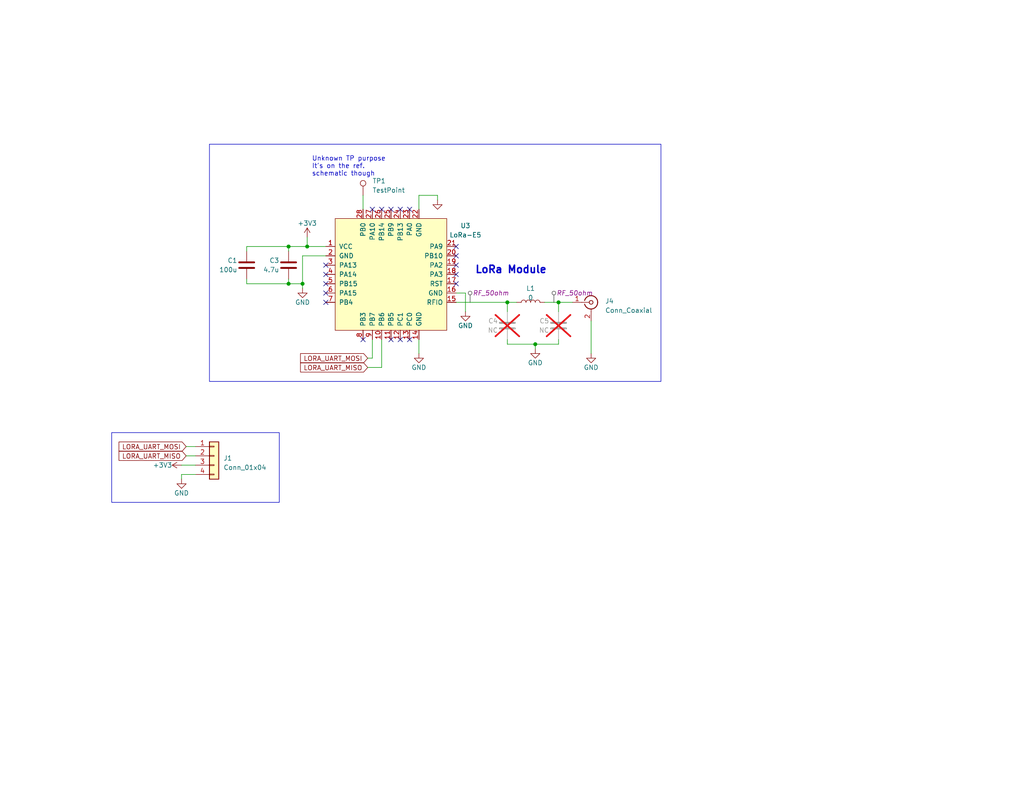
<source format=kicad_sch>
(kicad_sch (version 20230121) (generator eeschema)
  (paper "USLetter")
  (lib_symbols
    (symbol "Connector:Conn_Coaxial" (pin_names (offset 1.016) hide)
      (property "Reference" "J" (at 0.254 3.048 0))
      (property "Value" "Conn_Coaxial" (at 2.921 0 90))
      (symbol "Conn_Coaxial_0_1"
        (arc (start -1.778 -0.508) (mid 0.2311 -1.8066) (end 1.778 0) (stroke (width 0.254)))
        (polyline (pts (xy -2.54 0) (xy -0.508 0)))
        (polyline (pts (xy 0 -2.54) (xy 0 -1.778)))
        (circle (center 0 0) (radius 0.508) (stroke (width 0.2032)))
        (arc (start 1.778 0) (mid 0.2099 1.8101) (end -1.778 0.508) (stroke (width 0.254)))
      )
      (symbol "Conn_Coaxial_1_1"
        (pin passive line (at -5.08 0 0) (length 2.54) (name "In") (number "1"))
        (pin passive line (at 0 -5.08 90) (length 2.54) (name "Ext") (number "2"))
      )
    )
    (symbol "Connector:TestPoint" (pin_numbers hide) (pin_names (offset 0.762) hide)
      (property "Reference" "TP" (at 0 6.858 0))
      (property "Value" "TestPoint" (at 0 5.08 0))
      (symbol "TestPoint_0_1"
        (circle (center 0 3.302) (radius 0.762))
      )
      (symbol "TestPoint_1_1"
        (pin passive line (at 0 0 90) (length 2.54) (name "1") (number "1"))
      )
    )
    (symbol "Connector_Generic:Conn_01x04" (pin_names (offset 1.016) hide)
      (property "Reference" "J" (at 0 5.08 0))
      (property "Value" "Conn_01x04" (at 0 -7.62 0))
      (symbol "Conn_01x04_1_1"
        (rectangle (start -1.27 -4.953) (end 0 -5.207) (stroke (width 0.1524)))
        (rectangle (start -1.27 -2.413) (end 0 -2.667) (stroke (width 0.1524)))
        (rectangle (start -1.27 0.127) (end 0 -0.127) (stroke (width 0.1524)))
        (rectangle (start -1.27 2.667) (end 0 2.413) (stroke (width 0.1524)))
        (rectangle (start -1.27 3.81) (end 1.27 -6.35) (stroke (width 0.254)) (fill (type background)))
        (pin passive line (at -5.08 2.54 0) (length 3.81) (name "Pin_1") (number "1"))
        (pin passive line (at -5.08 0 0) (length 3.81) (name "Pin_2") (number "2"))
        (pin passive line (at -5.08 -2.54 0) (length 3.81) (name "Pin_3") (number "3"))
        (pin passive line (at -5.08 -5.08 0) (length 3.81) (name "Pin_4") (number "4"))
      )
    )
    (symbol "Device:C" (pin_numbers hide) (pin_names (offset 0.254))
      (property "Reference" "C" (at 0.635 2.54 0))
      (property "Value" "C" (at 0.635 -2.54 0))
      (symbol "C_0_1"
        (polyline (pts (xy -2.032 -0.762) (xy 2.032 -0.762)) (stroke (width 0.508)))
        (polyline (pts (xy -2.032 0.762) (xy 2.032 0.762)) (stroke (width 0.508)))
      )
      (symbol "C_1_1"
        (pin passive line (at 0 3.81 270) (length 2.794) (name "~") (number "1"))
        (pin passive line (at 0 -3.81 90) (length 2.794) (name "~") (number "2"))
      )
    )
    (symbol "Device:L" (pin_numbers hide) (pin_names (offset 1.016) hide)
      (property "Reference" "L" (at -1.27 0 90))
      (property "Value" "L" (at 1.905 0 90))
      (symbol "L_0_1"
        (arc (start 0 -2.54) (mid 0.6323 -1.905) (end 0 -1.27))
        (arc (start 0 -1.27) (mid 0.6323 -0.635) (end 0 0))
        (arc (start 0 0) (mid 0.6323 0.635) (end 0 1.27))
        (arc (start 0 1.27) (mid 0.6323 1.905) (end 0 2.54))
      )
      (symbol "L_1_1"
        (pin passive line (at 0 3.81 270) (length 1.27) (name "1") (number "1"))
        (pin passive line (at 0 -3.81 90) (length 1.27) (name "2") (number "2"))
      )
    )
    (symbol "Project-Supernova-Symbol-Lib:LoRa-E5" (pin_names (offset 1.016))
      (property "Reference" "U" (at 0 0 0))
      (property "Value" "LoRa-E5" (at 0 2.54 0))
      (symbol "LoRa-E5_0_1"
        (rectangle (start -15.24 15.24) (end 15.24 -15.24) (fill (type background)))
      )
      (symbol "LoRa-E5_1_1"
        (pin input line (at -17.78 7.62 0) (length 2.54) (name "VCC") (number "1"))
        (pin input line (at -2.54 -17.78 90) (length 2.54) (name "PB6") (number "10"))
        (pin input line (at 0 -17.78 90) (length 2.54) (name "PB5") (number "11"))
        (pin input line (at 2.54 -17.78 90) (length 2.54) (name "PC1") (number "12"))
        (pin input line (at 5.08 -17.78 90) (length 2.54) (name "PC0") (number "13"))
        (pin input line (at 7.62 -17.78 90) (length 2.54) (name "GND") (number "14"))
        (pin input line (at 17.78 -7.62 180) (length 2.54) (name "RFIO") (number "15"))
        (pin input line (at 17.78 -5.08 180) (length 2.54) (name "GND") (number "16"))
        (pin input line (at 17.78 -2.54 180) (length 2.54) (name "RST") (number "17"))
        (pin input line (at 17.78 0 180) (length 2.54) (name "PA3") (number "18"))
        (pin input line (at 17.78 2.54 180) (length 2.54) (name "PA2") (number "19"))
        (pin input line (at -17.78 5.08 0) (length 2.54) (name "GND") (number "2"))
        (pin input line (at 17.78 5.08 180) (length 2.54) (name "PB10") (number "20"))
        (pin input line (at 17.78 7.62 180) (length 2.54) (name "PA9") (number "21"))
        (pin input line (at 7.62 17.78 270) (length 2.54) (name "GND") (number "22"))
        (pin input line (at 5.08 17.78 270) (length 2.54) (name "PA0") (number "23"))
        (pin input line (at 2.54 17.78 270) (length 2.54) (name "PB13~{}") (number "24"))
        (pin input line (at 0 17.78 270) (length 2.54) (name "PB9") (number "25"))
        (pin input line (at -2.54 17.78 270) (length 2.54) (name "PB14") (number "26"))
        (pin input line (at -5.08 17.78 270) (length 2.54) (name "PA10") (number "27"))
        (pin input line (at -7.62 17.78 270) (length 2.54) (name "PB0") (number "28"))
        (pin input line (at -17.78 2.54 0) (length 2.54) (name "PA13") (number "3"))
        (pin input line (at -17.78 0 0) (length 2.54) (name "PA14") (number "4"))
        (pin input line (at -17.78 -2.54 0) (length 2.54) (name "PB15") (number "5"))
        (pin input line (at -17.78 -5.08 0) (length 2.54) (name "PA15") (number "6"))
        (pin input line (at -17.78 -7.62 0) (length 2.54) (name "PB4") (number "7"))
        (pin input line (at -7.62 -17.78 90) (length 2.54) (name "PB3") (number "8"))
        (pin input line (at -5.08 -17.78 90) (length 2.54) (name "PB7") (number "9"))
      )
    )
    (symbol "power:+3V3" (power) (pin_names (offset 0))
      (property "Value" "+3V3" (at 0 3.556 0))
      (symbol "+3V3_0_1"
        (polyline (pts (xy -0.762 1.27) (xy 0 2.54)))
        (polyline (pts (xy 0 0) (xy 0 2.54)))
        (polyline (pts (xy 0 2.54) (xy 0.762 1.27)))
      )
      (symbol "+3V3_1_1"
        (pin power_in line (at 0 0 90) (length 0) hide (name "+3V3") (number "1"))
      )
    )
    (symbol "power:GND" (power) (pin_names (offset 0))
      (property "Value" "GND" (at 0 -3.81 0))
      (symbol "GND_0_1"
        (polyline (pts (xy 0 0) (xy 0 -1.27) (xy 1.27 -1.27) (xy 0 -2.54) (xy -1.27 -1.27) (xy 0 -1.27)))
      )
      (symbol "GND_1_1"
        (pin power_in line (at 0 0 270) (length 0) hide (name "GND") (number "1"))
      )
    )
  )
  (junction (at 78.74 67.31))
  (junction (at 83.82 67.31))
  (junction (at 78.74 77.47))
  (junction (at 146.05 93.98))
  (junction (at 152.4 82.55))
  (junction (at 138.43 82.55))
  (junction (at 82.55 77.47))
  (no_connect (at 88.9 77.47))
  (no_connect (at 88.9 80.01))
  (no_connect (at 88.9 74.93))
  (no_connect (at 109.22 57.15))
  (no_connect (at 124.46 74.93))
  (no_connect (at 124.46 67.31))
  (no_connect (at 101.6 57.15))
  (no_connect (at 104.14 57.15))
  (no_connect (at 109.22 92.71))
  (no_connect (at 88.9 82.55))
  (no_connect (at 99.06 92.71))
  (no_connect (at 124.46 69.85))
  (no_connect (at 106.68 57.15))
  (no_connect (at 124.46 77.47))
  (no_connect (at 111.76 92.71))
  (no_connect (at 88.9 72.39))
  (no_connect (at 106.68 92.71))
  (no_connect (at 124.46 72.39))
  (no_connect (at 111.76 57.15))
  (wire (pts (xy 114.3 92.71) (xy 114.3 96.52)))
  (wire (pts (xy 138.43 93.98) (xy 146.05 93.98)))
  (wire (pts (xy 124.46 82.55) (xy 138.43 82.55)))
  (wire (pts (xy 83.82 67.31) (xy 88.9 67.31)))
  (wire (pts (xy 78.74 76.2) (xy 78.74 77.47)))
  (wire (pts (xy 83.82 64.77) (xy 83.82 67.31)))
  (wire (pts (xy 99.06 53.34) (xy 99.06 57.15)))
  (wire (pts (xy 78.74 77.47) (xy 82.55 77.47)))
  (wire (pts (xy 82.55 78.74) (xy 82.55 77.47)))
  (wire (pts (xy 49.53 130.81) (xy 49.53 129.54)))
  (wire (pts (xy 101.6 92.71) (xy 101.6 97.79)))
  (wire (pts (xy 138.43 82.55) (xy 138.43 85.09)))
  (wire (pts (xy 50.8 124.46) (xy 53.34 124.46)))
  (wire (pts (xy 152.4 82.55) (xy 156.21 82.55)))
  (wire (pts (xy 104.14 92.71) (xy 104.14 100.33)))
  (wire (pts (xy 148.59 82.55) (xy 152.4 82.55)))
  (wire (pts (xy 119.38 53.34) (xy 114.3 53.34)))
  (wire (pts (xy 146.05 93.98) (xy 146.05 95.25)))
  (wire (pts (xy 78.74 67.31) (xy 83.82 67.31)))
  (wire (pts (xy 152.4 93.98) (xy 152.4 92.71)))
  (wire (pts (xy 114.3 53.34) (xy 114.3 57.15)))
  (wire (pts (xy 138.43 82.55) (xy 140.97 82.55)))
  (wire (pts (xy 67.31 77.47) (xy 67.31 76.2)))
  (wire (pts (xy 78.74 77.47) (xy 67.31 77.47)))
  (wire (pts (xy 101.6 97.79) (xy 100.33 97.79)))
  (wire (pts (xy 67.31 67.31) (xy 67.31 68.58)))
  (wire (pts (xy 104.14 100.33) (xy 100.33 100.33)))
  (wire (pts (xy 49.53 129.54) (xy 53.34 129.54)))
  (wire (pts (xy 161.29 87.63) (xy 161.29 96.52)))
  (wire (pts (xy 82.55 69.85) (xy 88.9 69.85)))
  (wire (pts (xy 82.55 77.47) (xy 82.55 69.85)))
  (wire (pts (xy 119.38 54.61) (xy 119.38 53.34)))
  (wire (pts (xy 49.53 127) (xy 53.34 127)))
  (wire (pts (xy 67.31 67.31) (xy 78.74 67.31)))
  (wire (pts (xy 50.8 121.92) (xy 53.34 121.92)))
  (wire (pts (xy 152.4 82.55) (xy 152.4 85.09)))
  (wire (pts (xy 78.74 67.31) (xy 78.74 68.58)))
  (wire (pts (xy 138.43 92.71) (xy 138.43 93.98)))
  (wire (pts (xy 146.05 93.98) (xy 152.4 93.98)))
  (wire (pts (xy 124.46 80.01) (xy 127 80.01)))
  (wire (pts (xy 127 80.01) (xy 127 85.09)))
  (rectangle (start 30.48 118.11) (end 76.2 137.16))
  (rectangle (start 57.15 39.37) (end 180.34 104.14))
  (text "LoRa Module" (at 129.54 74.93 0) (effects (font (size 2 2) (thickness 0.4) bold) (justify left bottom)))
  (text "Unknown TP purpose\nIt's on the ref.\nschematic though" (at 85.09 48.26 0) (effects (font (size 1.27 1.27)) (justify left bottom)))
  (global_label "LORA_UART_MISO" (shape input) (at 50.8 124.46 180) (property "Intersheetrefs" "${INTERSHEET_REFS}" (effects hide)))
  (global_label "LORA_UART_MOSI" (shape input) (at 50.8 121.92 180) (property "Intersheetrefs" "${INTERSHEET_REFS}" (effects hide)))
  (global_label "LORA_UART_MISO" (shape input) (at 100.33 100.33 180) (property "Intersheetrefs" "${INTERSHEET_REFS}" (effects hide)))
  (global_label "LORA_UART_MOSI" (shape input) (at 100.33 97.79 180) (property "Intersheetrefs" "${INTERSHEET_REFS}" (effects hide)))
  (netclass_flag "" (length 2.54) (shape round) (at 151.13 82.55 0) (property "Netclass" "RF_50ohm" (at 151.8285 80.01 0) (effects (font italic) (justify left))))
  (netclass_flag "" (length 2.54) (shape round) (at 128.27 82.55 0) (property "Netclass" "RF_50ohm" (at 128.9685 80.01 0) (effects (font italic) (justify left))))
  (symbol (lib_id "Project-Supernova-Symbol-Lib:LoRa-E5") (at 106.68 74.93 0) (unit 1)
    (property "Reference" "U3" (at 127 61.6203 0))
    (property "Value" "LoRa-E5" (at 127 64.1603 0))
    (property "Footprint" "Project-Supernova-Footprint-Lib:LoRa-E5_HandSolder" (effects hide))
    (instances (project "Project-Supernova-PCB" (path "" (reference "U3") (unit 1)) (path "" (reference "U201") (unit 1))))
  )
  (symbol (lib_id "Device:C") (at 152.4 88.9 0) (mirror y) (unit 1) (dnp yes)
    (property "Reference" "C5" (at 149.86 87.63 0) (effects (justify left)))
    (property "Value" "NC" (at 149.86 90.17 0) (effects (justify left)))
    (property "Footprint" "Capacitor_SMD:C_1206_3216Metric_Pad1.33x1.80mm_HandSolder" (effects hide))
    (instances (project "Project-Supernova-PCB" (path "" (reference "C5") (unit 1)) (path "" (reference "C204") (unit 1))))
  )
  (symbol (lib_id "Connector:Conn_Coaxial") (at 161.29 82.55 0) (unit 1)
    (property "Reference" "J4" (at 165.1 82.2082 0) (effects (justify left)))
    (property "Value" "Conn_Coaxial" (at 165.1 84.7482 0) (effects (justify left)))
    (property "Footprint" "Connector_Coaxial:SMA_Wurth_60312002114503_Vertical" (effects hide))
    (property "Datasheet" " ~" (effects hide))
    (instances (project "Project-Supernova-PCB" (path "" (reference "J4") (unit 1)) (path "" (reference "J202") (unit 1))))
  )
  (symbol (lib_id "power:GND") (at 127 85.09 0) (unit 1)
    (property "Reference" "#PWR015" (effects hide))
    (property "Value" "GND" (at 127 88.9 0))
    (instances (project "Project-Supernova-PCB" (path "" (reference "#PWR015") (unit 1)) (path "" (reference "#PWR0206") (unit 1))))
  )
  (symbol (lib_id "Device:C") (at 78.74 72.39 0) (mirror y) (unit 1)
    (property "Reference" "C3" (at 76.2 71.12 0) (effects (justify left)))
    (property "Value" "4.7u" (at 76.2 73.66 0) (effects (justify left)))
    (property "Footprint" "Capacitor_SMD:C_1206_3216Metric_Pad1.33x1.80mm_HandSolder" (effects hide))
    (instances (project "Project-Supernova-PCB" (path "" (reference "C3") (unit 1)) (path "" (reference "C202") (unit 1))))
  )
  (symbol (lib_id "Device:C") (at 138.43 88.9 0) (mirror y) (unit 1) (dnp yes)
    (property "Reference" "C4" (at 135.89 87.63 0) (effects (justify left)))
    (property "Value" "NC" (at 135.89 90.17 0) (effects (justify left)))
    (property "Footprint" "Capacitor_SMD:C_1206_3216Metric_Pad1.33x1.80mm_HandSolder" (effects hide))
    (instances (project "Project-Supernova-PCB" (path "" (reference "C4") (unit 1)) (path "" (reference "C203") (unit 1))))
  )
  (symbol (lib_id "power:GND") (at 146.05 95.25 0) (unit 1)
    (property "Reference" "#PWR016" (effects hide))
    (property "Value" "GND" (at 146.05 99.06 0))
    (instances (project "Project-Supernova-PCB" (path "" (reference "#PWR016") (unit 1)) (path "" (reference "#PWR0207") (unit 1))))
  )
  (symbol (lib_id "power:GND") (at 82.55 78.74 0) (unit 1)
    (property "Reference" "#PWR05" (effects hide))
    (property "Value" "GND" (at 82.55 82.55 0))
    (instances (project "Project-Supernova-PCB" (path "" (reference "#PWR05") (unit 1)) (path "" (reference "#PWR0203") (unit 1))))
  )
  (symbol (lib_id "power:+3V3") (at 83.82 64.77 0) (unit 1)
    (property "Reference" "#PWR07" (effects hide))
    (property "Value" "+3V3" (at 83.82 60.96 0))
    (instances (project "Project-Supernova-PCB" (path "" (reference "#PWR07") (unit 1)) (path "" (reference "#PWR0204") (unit 1))))
  )
  (symbol (lib_id "power:GND") (at 49.53 130.81 0) (unit 1)
    (property "Reference" "#PWR04" (effects hide))
    (property "Value" "GND" (at 49.53 134.62 0))
    (instances (project "Project-Supernova-PCB" (path "" (reference "#PWR04") (unit 1)) (path "" (reference "#PWR0202") (unit 1))))
  )
  (symbol (lib_id "power:GND") (at 161.29 96.52 0) (unit 1)
    (property "Reference" "#PWR017" (effects hide))
    (property "Value" "GND" (at 161.29 100.33 0))
    (instances (project "Project-Supernova-PCB" (path "" (reference "#PWR017") (unit 1)) (path "" (reference "#PWR0208") (unit 1))))
  )
  (symbol (lib_id "Connector:TestPoint") (at 99.06 53.34 0) (unit 1)
    (property "Reference" "TP1" (at 101.6 49.403 0) (effects (justify left)))
    (property "Value" "TestPoint" (at 101.6 51.943 0) (effects (justify left)))
    (property "Footprint" "TestPoint:TestPoint_Pad_D3.0mm" (effects hide))
    (instances (project "Project-Supernova-PCB" (path "" (reference "TP1") (unit 1)) (path "" (reference "TP201") (unit 1))))
  )
  (symbol (lib_id "Device:C") (at 67.31 72.39 0) (mirror y) (unit 1)
    (property "Reference" "C1" (at 64.77 71.12 0) (effects (justify left)))
    (property "Value" "100u" (at 64.77 73.66 0) (effects (justify left)))
    (property "Footprint" "Capacitor_SMD:C_1206_3216Metric_Pad1.33x1.80mm_HandSolder" (effects hide))
    (instances (project "Project-Supernova-PCB" (path "" (reference "C1") (unit 1)) (path "" (reference "C201") (unit 1))))
  )
  (symbol (lib_id "power:GND") (at 119.38 54.61 0) (unit 1)
    (property "Reference" "#PWR014" (effects hide))
    (property "Value" "GND" (effects hide))
    (instances (project "Project-Supernova-PCB" (path "" (reference "#PWR014") (unit 1)) (path "" (reference "#PWR0209") (unit 1))))
  )
  (symbol (lib_id "power:+3V3") (at 49.53 127 90) (unit 1)
    (property "Reference" "#PWR03" (effects hide))
    (property "Value" "+3V3" (at 46.99 127 90) (effects (justify left)))
    (instances (project "Project-Supernova-PCB" (path "" (reference "#PWR03") (unit 1)) (path "" (reference "#PWR0201") (unit 1))))
  )
  (symbol (lib_id "Connector_Generic:Conn_01x04") (at 58.42 124.46 0) (unit 1)
    (property "Reference" "J1" (at 60.96 125.095 0) (effects (justify left)))
    (property "Value" "Conn_01x04" (at 60.96 127.635 0) (effects (justify left)))
    (property "Footprint" "Connector_PinHeader_2.54mm:PinHeader_1x04_P2.54mm_Vertical" (effects hide))
    (instances (project "Project-Supernova-PCB" (path "" (reference "J1") (unit 1)) (path "" (reference "J201") (unit 1))))
  )
  (symbol (lib_id "Device:L") (at 144.78 82.55 90) (unit 1)
    (property "Reference" "L1" (at 144.78 78.74 90))
    (property "Value" "0" (at 144.78 81.28 90))
    (property "Footprint" "Inductor_SMD:L_1206_3216Metric_Pad1.42x1.75mm_HandSolder" (effects hide))
    (instances (project "Project-Supernova-PCB" (path "" (reference "L1") (unit 1)) (path "" (reference "L201") (unit 1))))
  )
  (symbol (lib_id "power:GND") (at 114.3 96.52 0) (unit 1)
    (property "Reference" "#PWR013" (effects hide))
    (property "Value" "GND" (at 114.3 100.33 0))
    (instances (project "Project-Supernova-PCB" (path "" (reference "#PWR013") (unit 1)) (path "" (reference "#PWR0205") (unit 1))))
  )
)
</source>
